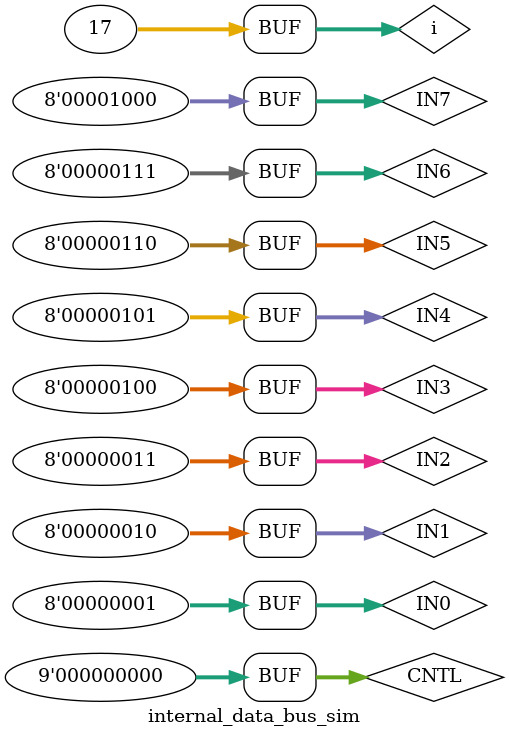
<source format=v>
`timescale 1ns / 1ps


module internal_data_bus_sim(

    );
    reg [7:0] IN0,IN1,IN2,IN3,IN4,IN5,IN6,IN7;
    reg [8:0] CNTL;
    wire[7:0] OUT;
    
    integer i;
    
    internal_data_bus DUT(.CNTL(CNTL), 
    .IN0(IN0), .IN1(IN1), .IN2(IN2), .IN3(IN3), 
    .IN4(IN4), .IN5(IN5), .IN6(IN6), .IN7(IN7), .OUT(OUT));
    
    initial
    begin
        CNTL = 0;
        IN0 = 1;
        IN1 = 2;
        IN2 = 3;
        IN3 = 4;
        IN4 = 5;
        IN5 = 6;
        IN6 = 7;
        IN7 = 8;
        
        for (i = 0; i < 17; i = i+1)
        begin
            #1 CNTL = (i % 2) * (2**(i/2));
        end
    end
endmodule

</source>
